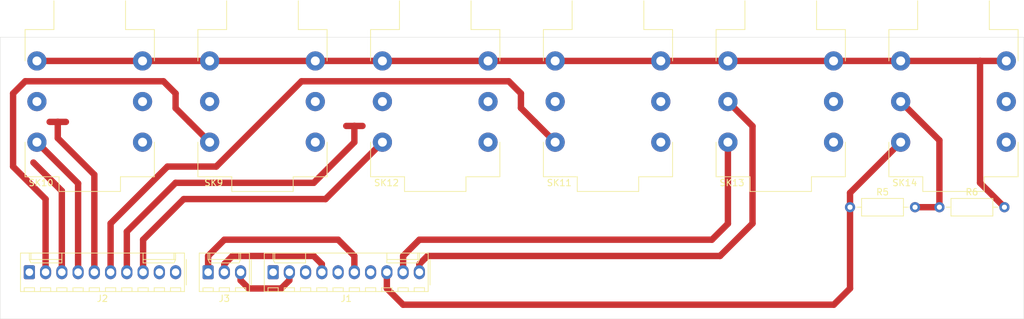
<source format=kicad_pcb>
(kicad_pcb (version 20171130) (host pcbnew 5.1.7-a382d34a8~87~ubuntu16.04.1)

  (general
    (thickness 1.6)
    (drawings 4)
    (tracks 89)
    (zones 0)
    (modules 11)
    (nets 39)
  )

  (page A4)
  (layers
    (0 F.Cu signal)
    (31 B.Cu signal)
    (32 B.Adhes user)
    (33 F.Adhes user)
    (34 B.Paste user)
    (35 F.Paste user)
    (36 B.SilkS user)
    (37 F.SilkS user)
    (38 B.Mask user)
    (39 F.Mask user)
    (40 Dwgs.User user)
    (41 Cmts.User user)
    (42 Eco1.User user)
    (43 Eco2.User user)
    (44 Edge.Cuts user)
    (45 Margin user)
    (46 B.CrtYd user)
    (47 F.CrtYd user)
    (48 B.Fab user)
    (49 F.Fab user)
  )

  (setup
    (last_trace_width 1)
    (user_trace_width 1)
    (user_trace_width 4)
    (trace_clearance 0.2)
    (zone_clearance 0.508)
    (zone_45_only no)
    (trace_min 0.2)
    (via_size 0.8)
    (via_drill 0.4)
    (via_min_size 0.4)
    (via_min_drill 0.3)
    (uvia_size 0.3)
    (uvia_drill 0.1)
    (uvias_allowed no)
    (uvia_min_size 0.2)
    (uvia_min_drill 0.1)
    (edge_width 0.05)
    (segment_width 0.2)
    (pcb_text_width 0.3)
    (pcb_text_size 1.5 1.5)
    (mod_edge_width 0.12)
    (mod_text_size 1 1)
    (mod_text_width 0.15)
    (pad_size 1.524 1.524)
    (pad_drill 0.762)
    (pad_to_mask_clearance 0)
    (aux_axis_origin 0 0)
    (visible_elements FFFFFF7F)
    (pcbplotparams
      (layerselection 0x010fc_ffffffff)
      (usegerberextensions false)
      (usegerberattributes true)
      (usegerberadvancedattributes true)
      (creategerberjobfile true)
      (excludeedgelayer true)
      (linewidth 0.100000)
      (plotframeref false)
      (viasonmask false)
      (mode 1)
      (useauxorigin false)
      (hpglpennumber 1)
      (hpglpenspeed 20)
      (hpglpendiameter 15.000000)
      (psnegative false)
      (psa4output false)
      (plotreference true)
      (plotvalue true)
      (plotinvisibletext false)
      (padsonsilk false)
      (subtractmaskfromsilk false)
      (outputformat 1)
      (mirror false)
      (drillshape 1)
      (scaleselection 1)
      (outputdirectory ""))
  )

  (net 0 "")
  (net 1 "Net-(J1-Pad10)")
  (net 2 "Net-(J1-Pad9)")
  (net 3 "Net-(J1-Pad8)")
  (net 4 "Net-(J1-Pad7)")
  (net 5 "Net-(J1-Pad6)")
  (net 6 "Net-(J1-Pad5)")
  (net 7 "Net-(J1-Pad4)")
  (net 8 "Net-(J1-Pad3)")
  (net 9 "Net-(J1-Pad2)")
  (net 10 "Net-(J1-Pad1)")
  (net 11 "Net-(J2-Pad10)")
  (net 12 "Net-(J2-Pad9)")
  (net 13 "Net-(J2-Pad8)")
  (net 14 "Net-(J2-Pad7)")
  (net 15 "Net-(J2-Pad6)")
  (net 16 "Net-(J2-Pad5)")
  (net 17 "Net-(J2-Pad4)")
  (net 18 "Net-(J2-Pad3)")
  (net 19 "Net-(J2-Pad2)")
  (net 20 "Net-(J2-Pad1)")
  (net 21 "Net-(R5-Pad2)")
  (net 22 GND)
  (net 23 "Net-(SK9-PadR)")
  (net 24 "Net-(SK9-PadRN)")
  (net 25 "Net-(SK9-PadTN)")
  (net 26 "Net-(SK10-PadR)")
  (net 27 "Net-(SK10-PadRN)")
  (net 28 "Net-(SK10-PadTN)")
  (net 29 "Net-(SK11-PadR)")
  (net 30 "Net-(SK11-PadRN)")
  (net 31 "Net-(SK11-PadTN)")
  (net 32 "Net-(SK12-PadR)")
  (net 33 "Net-(SK12-PadRN)")
  (net 34 "Net-(SK12-PadTN)")
  (net 35 "Net-(SK13-PadRN)")
  (net 36 "Net-(SK13-PadTN)")
  (net 37 "Net-(SK14-PadRN)")
  (net 38 "Net-(SK14-PadTN)")

  (net_class Default "This is the default net class."
    (clearance 0.2)
    (trace_width 0.25)
    (via_dia 0.8)
    (via_drill 0.4)
    (uvia_dia 0.3)
    (uvia_drill 0.1)
    (add_net GND)
    (add_net "Net-(J1-Pad1)")
    (add_net "Net-(J1-Pad10)")
    (add_net "Net-(J1-Pad2)")
    (add_net "Net-(J1-Pad3)")
    (add_net "Net-(J1-Pad4)")
    (add_net "Net-(J1-Pad5)")
    (add_net "Net-(J1-Pad6)")
    (add_net "Net-(J1-Pad7)")
    (add_net "Net-(J1-Pad8)")
    (add_net "Net-(J1-Pad9)")
    (add_net "Net-(J2-Pad1)")
    (add_net "Net-(J2-Pad10)")
    (add_net "Net-(J2-Pad2)")
    (add_net "Net-(J2-Pad3)")
    (add_net "Net-(J2-Pad4)")
    (add_net "Net-(J2-Pad5)")
    (add_net "Net-(J2-Pad6)")
    (add_net "Net-(J2-Pad7)")
    (add_net "Net-(J2-Pad8)")
    (add_net "Net-(J2-Pad9)")
    (add_net "Net-(R5-Pad2)")
    (add_net "Net-(SK10-PadR)")
    (add_net "Net-(SK10-PadRN)")
    (add_net "Net-(SK10-PadTN)")
    (add_net "Net-(SK11-PadR)")
    (add_net "Net-(SK11-PadRN)")
    (add_net "Net-(SK11-PadTN)")
    (add_net "Net-(SK12-PadR)")
    (add_net "Net-(SK12-PadRN)")
    (add_net "Net-(SK12-PadTN)")
    (add_net "Net-(SK13-PadRN)")
    (add_net "Net-(SK13-PadTN)")
    (add_net "Net-(SK14-PadRN)")
    (add_net "Net-(SK14-PadTN)")
    (add_net "Net-(SK9-PadR)")
    (add_net "Net-(SK9-PadRN)")
    (add_net "Net-(SK9-PadTN)")
  )

  (module TAC:CL13345 (layer F.Cu) (tedit 5F96A063) (tstamp 5FC4112A)
    (at 180 139.7 90)
    (path /5FC3A747)
    (fp_text reference SK14 (at -19.05 -7.62 180) (layer F.SilkS)
      (effects (font (size 1 1) (thickness 0.15)))
    )
    (fp_text value OSC (at -6.35 -1.27 270) (layer F.Fab)
      (effects (font (size 1 1) (thickness 0.15)))
    )
    (fp_text user Jack_6.35mm_Cliff_CL13345 (at -6.35 1.27 90) (layer F.Fab)
      (effects (font (size 1 1) (thickness 0.15)))
    )
    (fp_line (start -20.5 10.1) (end -20.5 -10.1) (layer F.CrtYd) (width 0.05))
    (fp_line (start 9.5 10.1) (end -20.5 10.1) (layer F.CrtYd) (width 0.05))
    (fp_line (start 9.5 -10.1) (end 9.5 10.1) (layer F.CrtYd) (width 0.05))
    (fp_line (start -20.5 -10.1) (end 9.5 -10.1) (layer F.CrtYd) (width 0.05))
    (fp_line (start 4.8 -10) (end 4.8 10) (layer F.Fab) (width 0.12))
    (fp_line (start 4.8 -10) (end -18 -10) (layer F.Fab) (width 0.12))
    (fp_line (start -18 -10) (end -18 10) (layer F.Fab) (width 0.12))
    (fp_line (start -18 10) (end 4.8 10) (layer F.Fab) (width 0.12))
    (fp_line (start -20.3 4.7) (end -20.3 -4.7) (layer F.Fab) (width 0.12))
    (fp_line (start -20.3 -4.7) (end -18 -4.7) (layer F.Fab) (width 0.12))
    (fp_line (start -20.3 4.7) (end -18 4.7) (layer F.Fab) (width 0.12))
    (fp_line (start 9.4 5.5) (end 9.4 -5.5) (layer F.Fab) (width 0.12))
    (fp_line (start 9.4 -5.5) (end 4.8 -5.5) (layer F.Fab) (width 0.12))
    (fp_line (start 9.4 5.5) (end 4.8 5.5) (layer F.Fab) (width 0.12))
    (fp_line (start 9.4 -5.6) (end 4.9 -5.6) (layer F.SilkS) (width 0.12))
    (fp_line (start 4.9 -5.6) (end 4.9 -10.1) (layer F.SilkS) (width 0.12))
    (fp_line (start 4.9 -10.1) (end 0 -10.1) (layer F.SilkS) (width 0.12))
    (fp_line (start 9.4 5.6) (end 4.9 5.6) (layer F.SilkS) (width 0.12))
    (fp_line (start 4.9 5.6) (end 4.9 10.1) (layer F.SilkS) (width 0.12))
    (fp_line (start 4.9 10.1) (end 0 10.1) (layer F.SilkS) (width 0.12))
    (fp_line (start -12.7 -10.1) (end -18.1 -10.1) (layer F.SilkS) (width 0.12))
    (fp_line (start -18.1 -10.1) (end -18.1 -4.8) (layer F.SilkS) (width 0.12))
    (fp_line (start -18.1 -4.8) (end -20.4 -4.8) (layer F.SilkS) (width 0.12))
    (fp_line (start -20.4 -4.8) (end -20.4 4.8) (layer F.SilkS) (width 0.12))
    (fp_line (start -20.4 4.8) (end -18.1 4.8) (layer F.SilkS) (width 0.12))
    (fp_line (start -18.1 4.8) (end -18.1 10.1) (layer F.SilkS) (width 0.12))
    (fp_line (start -18.1 10.1) (end -12.7 10.1) (layer F.SilkS) (width 0.12))
    (pad S thru_hole circle (at 0 -8.255 180) (size 3 3) (drill 1.4) (layers *.Cu *.Mask)
      (net 22 GND))
    (pad T thru_hole circle (at -12.7 -8.255 180) (size 3 3) (drill 1.4) (layers *.Cu *.Mask)
      (net 3 "Net-(J1-Pad8)"))
    (pad R thru_hole circle (at -6.35 -8.255 180) (size 3 3) (drill 1.4) (layers *.Cu *.Mask)
      (net 21 "Net-(R5-Pad2)"))
    (pad SN thru_hole circle (at 0 8.255 180) (size 3 3) (drill 1.4) (layers *.Cu *.Mask)
      (net 22 GND))
    (pad RN thru_hole circle (at -6.35 8.255 180) (size 3 3) (drill 1.4) (layers *.Cu *.Mask)
      (net 37 "Net-(SK14-PadRN)"))
    (pad TN thru_hole circle (at -12.7 8.255 180) (size 3 3) (drill 1.4) (layers *.Cu *.Mask)
      (net 38 "Net-(SK14-PadTN)"))
    (model ${KIPRJMOD}/local-libs/local-3dmodels/CL13345.step
      (offset (xyz -18 -10 0))
      (scale (xyz 1 1 1))
      (rotate (xyz 0 0 -90))
    )
  )

  (module TAC:CL13345 (layer F.Cu) (tedit 5F96A063) (tstamp 5FC41104)
    (at 153 139.7 90)
    (path /5FC3CD6D)
    (fp_text reference SK13 (at -19.05 -7.62 180) (layer F.SilkS)
      (effects (font (size 1 1) (thickness 0.15)))
    )
    (fp_text value Talkback (at -6.35 -1.27 270) (layer F.Fab)
      (effects (font (size 1 1) (thickness 0.15)))
    )
    (fp_text user Jack_6.35mm_Cliff_CL13345 (at -6.35 1.27 90) (layer F.Fab)
      (effects (font (size 1 1) (thickness 0.15)))
    )
    (fp_line (start -20.5 10.1) (end -20.5 -10.1) (layer F.CrtYd) (width 0.05))
    (fp_line (start 9.5 10.1) (end -20.5 10.1) (layer F.CrtYd) (width 0.05))
    (fp_line (start 9.5 -10.1) (end 9.5 10.1) (layer F.CrtYd) (width 0.05))
    (fp_line (start -20.5 -10.1) (end 9.5 -10.1) (layer F.CrtYd) (width 0.05))
    (fp_line (start 4.8 -10) (end 4.8 10) (layer F.Fab) (width 0.12))
    (fp_line (start 4.8 -10) (end -18 -10) (layer F.Fab) (width 0.12))
    (fp_line (start -18 -10) (end -18 10) (layer F.Fab) (width 0.12))
    (fp_line (start -18 10) (end 4.8 10) (layer F.Fab) (width 0.12))
    (fp_line (start -20.3 4.7) (end -20.3 -4.7) (layer F.Fab) (width 0.12))
    (fp_line (start -20.3 -4.7) (end -18 -4.7) (layer F.Fab) (width 0.12))
    (fp_line (start -20.3 4.7) (end -18 4.7) (layer F.Fab) (width 0.12))
    (fp_line (start 9.4 5.5) (end 9.4 -5.5) (layer F.Fab) (width 0.12))
    (fp_line (start 9.4 -5.5) (end 4.8 -5.5) (layer F.Fab) (width 0.12))
    (fp_line (start 9.4 5.5) (end 4.8 5.5) (layer F.Fab) (width 0.12))
    (fp_line (start 9.4 -5.6) (end 4.9 -5.6) (layer F.SilkS) (width 0.12))
    (fp_line (start 4.9 -5.6) (end 4.9 -10.1) (layer F.SilkS) (width 0.12))
    (fp_line (start 4.9 -10.1) (end 0 -10.1) (layer F.SilkS) (width 0.12))
    (fp_line (start 9.4 5.6) (end 4.9 5.6) (layer F.SilkS) (width 0.12))
    (fp_line (start 4.9 5.6) (end 4.9 10.1) (layer F.SilkS) (width 0.12))
    (fp_line (start 4.9 10.1) (end 0 10.1) (layer F.SilkS) (width 0.12))
    (fp_line (start -12.7 -10.1) (end -18.1 -10.1) (layer F.SilkS) (width 0.12))
    (fp_line (start -18.1 -10.1) (end -18.1 -4.8) (layer F.SilkS) (width 0.12))
    (fp_line (start -18.1 -4.8) (end -20.4 -4.8) (layer F.SilkS) (width 0.12))
    (fp_line (start -20.4 -4.8) (end -20.4 4.8) (layer F.SilkS) (width 0.12))
    (fp_line (start -20.4 4.8) (end -18.1 4.8) (layer F.SilkS) (width 0.12))
    (fp_line (start -18.1 4.8) (end -18.1 10.1) (layer F.SilkS) (width 0.12))
    (fp_line (start -18.1 10.1) (end -12.7 10.1) (layer F.SilkS) (width 0.12))
    (pad S thru_hole circle (at 0 -8.255 180) (size 3 3) (drill 1.4) (layers *.Cu *.Mask)
      (net 22 GND))
    (pad T thru_hole circle (at -12.7 -8.255 180) (size 3 3) (drill 1.4) (layers *.Cu *.Mask)
      (net 2 "Net-(J1-Pad9)"))
    (pad R thru_hole circle (at -6.35 -8.255 180) (size 3 3) (drill 1.4) (layers *.Cu *.Mask)
      (net 1 "Net-(J1-Pad10)"))
    (pad SN thru_hole circle (at 0 8.255 180) (size 3 3) (drill 1.4) (layers *.Cu *.Mask)
      (net 22 GND))
    (pad RN thru_hole circle (at -6.35 8.255 180) (size 3 3) (drill 1.4) (layers *.Cu *.Mask)
      (net 35 "Net-(SK13-PadRN)"))
    (pad TN thru_hole circle (at -12.7 8.255 180) (size 3 3) (drill 1.4) (layers *.Cu *.Mask)
      (net 36 "Net-(SK13-PadTN)"))
    (model ${KIPRJMOD}/local-libs/local-3dmodels/CL13345.step
      (offset (xyz -18 -10 0))
      (scale (xyz 1 1 1))
      (rotate (xyz 0 0 -90))
    )
  )

  (module TAC:CL13345 (layer F.Cu) (tedit 5F96A063) (tstamp 5FC410DE)
    (at 99 139.7 90)
    (path /5FC3DE3E)
    (fp_text reference SK12 (at -19.05 -7.62 180) (layer F.SilkS)
      (effects (font (size 1 1) (thickness 0.15)))
    )
    (fp_text value "Right Tape 1" (at -6.35 -1.27 270) (layer F.Fab)
      (effects (font (size 1 1) (thickness 0.15)))
    )
    (fp_text user Jack_6.35mm_Cliff_CL13345 (at -6.35 1.27 90) (layer F.Fab)
      (effects (font (size 1 1) (thickness 0.15)))
    )
    (fp_line (start -20.5 10.1) (end -20.5 -10.1) (layer F.CrtYd) (width 0.05))
    (fp_line (start 9.5 10.1) (end -20.5 10.1) (layer F.CrtYd) (width 0.05))
    (fp_line (start 9.5 -10.1) (end 9.5 10.1) (layer F.CrtYd) (width 0.05))
    (fp_line (start -20.5 -10.1) (end 9.5 -10.1) (layer F.CrtYd) (width 0.05))
    (fp_line (start 4.8 -10) (end 4.8 10) (layer F.Fab) (width 0.12))
    (fp_line (start 4.8 -10) (end -18 -10) (layer F.Fab) (width 0.12))
    (fp_line (start -18 -10) (end -18 10) (layer F.Fab) (width 0.12))
    (fp_line (start -18 10) (end 4.8 10) (layer F.Fab) (width 0.12))
    (fp_line (start -20.3 4.7) (end -20.3 -4.7) (layer F.Fab) (width 0.12))
    (fp_line (start -20.3 -4.7) (end -18 -4.7) (layer F.Fab) (width 0.12))
    (fp_line (start -20.3 4.7) (end -18 4.7) (layer F.Fab) (width 0.12))
    (fp_line (start 9.4 5.5) (end 9.4 -5.5) (layer F.Fab) (width 0.12))
    (fp_line (start 9.4 -5.5) (end 4.8 -5.5) (layer F.Fab) (width 0.12))
    (fp_line (start 9.4 5.5) (end 4.8 5.5) (layer F.Fab) (width 0.12))
    (fp_line (start 9.4 -5.6) (end 4.9 -5.6) (layer F.SilkS) (width 0.12))
    (fp_line (start 4.9 -5.6) (end 4.9 -10.1) (layer F.SilkS) (width 0.12))
    (fp_line (start 4.9 -10.1) (end 0 -10.1) (layer F.SilkS) (width 0.12))
    (fp_line (start 9.4 5.6) (end 4.9 5.6) (layer F.SilkS) (width 0.12))
    (fp_line (start 4.9 5.6) (end 4.9 10.1) (layer F.SilkS) (width 0.12))
    (fp_line (start 4.9 10.1) (end 0 10.1) (layer F.SilkS) (width 0.12))
    (fp_line (start -12.7 -10.1) (end -18.1 -10.1) (layer F.SilkS) (width 0.12))
    (fp_line (start -18.1 -10.1) (end -18.1 -4.8) (layer F.SilkS) (width 0.12))
    (fp_line (start -18.1 -4.8) (end -20.4 -4.8) (layer F.SilkS) (width 0.12))
    (fp_line (start -20.4 -4.8) (end -20.4 4.8) (layer F.SilkS) (width 0.12))
    (fp_line (start -20.4 4.8) (end -18.1 4.8) (layer F.SilkS) (width 0.12))
    (fp_line (start -18.1 4.8) (end -18.1 10.1) (layer F.SilkS) (width 0.12))
    (fp_line (start -18.1 10.1) (end -12.7 10.1) (layer F.SilkS) (width 0.12))
    (pad S thru_hole circle (at 0 -8.255 180) (size 3 3) (drill 1.4) (layers *.Cu *.Mask)
      (net 22 GND))
    (pad T thru_hole circle (at -12.7 -8.255 180) (size 3 3) (drill 1.4) (layers *.Cu *.Mask)
      (net 13 "Net-(J2-Pad8)"))
    (pad R thru_hole circle (at -6.35 -8.255 180) (size 3 3) (drill 1.4) (layers *.Cu *.Mask)
      (net 32 "Net-(SK12-PadR)"))
    (pad SN thru_hole circle (at 0 8.255 180) (size 3 3) (drill 1.4) (layers *.Cu *.Mask)
      (net 22 GND))
    (pad RN thru_hole circle (at -6.35 8.255 180) (size 3 3) (drill 1.4) (layers *.Cu *.Mask)
      (net 33 "Net-(SK12-PadRN)"))
    (pad TN thru_hole circle (at -12.7 8.255 180) (size 3 3) (drill 1.4) (layers *.Cu *.Mask)
      (net 34 "Net-(SK12-PadTN)"))
    (model ${KIPRJMOD}/local-libs/local-3dmodels/CL13345.step
      (offset (xyz -18 -10 0))
      (scale (xyz 1 1 1))
      (rotate (xyz 0 0 -90))
    )
  )

  (module TAC:CL13345 (layer F.Cu) (tedit 5F96A063) (tstamp 5FC410B8)
    (at 126 139.7 90)
    (path /5FC3D3FC)
    (fp_text reference SK11 (at -19.05 -7.62 180) (layer F.SilkS)
      (effects (font (size 1 1) (thickness 0.15)))
    )
    (fp_text value "Left Tape 1" (at -6.35 -1.27 270) (layer F.Fab)
      (effects (font (size 1 1) (thickness 0.15)))
    )
    (fp_text user Jack_6.35mm_Cliff_CL13345 (at -6.35 1.27 90) (layer F.Fab)
      (effects (font (size 1 1) (thickness 0.15)))
    )
    (fp_line (start -20.5 10.1) (end -20.5 -10.1) (layer F.CrtYd) (width 0.05))
    (fp_line (start 9.5 10.1) (end -20.5 10.1) (layer F.CrtYd) (width 0.05))
    (fp_line (start 9.5 -10.1) (end 9.5 10.1) (layer F.CrtYd) (width 0.05))
    (fp_line (start -20.5 -10.1) (end 9.5 -10.1) (layer F.CrtYd) (width 0.05))
    (fp_line (start 4.8 -10) (end 4.8 10) (layer F.Fab) (width 0.12))
    (fp_line (start 4.8 -10) (end -18 -10) (layer F.Fab) (width 0.12))
    (fp_line (start -18 -10) (end -18 10) (layer F.Fab) (width 0.12))
    (fp_line (start -18 10) (end 4.8 10) (layer F.Fab) (width 0.12))
    (fp_line (start -20.3 4.7) (end -20.3 -4.7) (layer F.Fab) (width 0.12))
    (fp_line (start -20.3 -4.7) (end -18 -4.7) (layer F.Fab) (width 0.12))
    (fp_line (start -20.3 4.7) (end -18 4.7) (layer F.Fab) (width 0.12))
    (fp_line (start 9.4 5.5) (end 9.4 -5.5) (layer F.Fab) (width 0.12))
    (fp_line (start 9.4 -5.5) (end 4.8 -5.5) (layer F.Fab) (width 0.12))
    (fp_line (start 9.4 5.5) (end 4.8 5.5) (layer F.Fab) (width 0.12))
    (fp_line (start 9.4 -5.6) (end 4.9 -5.6) (layer F.SilkS) (width 0.12))
    (fp_line (start 4.9 -5.6) (end 4.9 -10.1) (layer F.SilkS) (width 0.12))
    (fp_line (start 4.9 -10.1) (end 0 -10.1) (layer F.SilkS) (width 0.12))
    (fp_line (start 9.4 5.6) (end 4.9 5.6) (layer F.SilkS) (width 0.12))
    (fp_line (start 4.9 5.6) (end 4.9 10.1) (layer F.SilkS) (width 0.12))
    (fp_line (start 4.9 10.1) (end 0 10.1) (layer F.SilkS) (width 0.12))
    (fp_line (start -12.7 -10.1) (end -18.1 -10.1) (layer F.SilkS) (width 0.12))
    (fp_line (start -18.1 -10.1) (end -18.1 -4.8) (layer F.SilkS) (width 0.12))
    (fp_line (start -18.1 -4.8) (end -20.4 -4.8) (layer F.SilkS) (width 0.12))
    (fp_line (start -20.4 -4.8) (end -20.4 4.8) (layer F.SilkS) (width 0.12))
    (fp_line (start -20.4 4.8) (end -18.1 4.8) (layer F.SilkS) (width 0.12))
    (fp_line (start -18.1 4.8) (end -18.1 10.1) (layer F.SilkS) (width 0.12))
    (fp_line (start -18.1 10.1) (end -12.7 10.1) (layer F.SilkS) (width 0.12))
    (pad S thru_hole circle (at 0 -8.255 180) (size 3 3) (drill 1.4) (layers *.Cu *.Mask)
      (net 22 GND))
    (pad T thru_hole circle (at -12.7 -8.255 180) (size 3 3) (drill 1.4) (layers *.Cu *.Mask)
      (net 15 "Net-(J2-Pad6)"))
    (pad R thru_hole circle (at -6.35 -8.255 180) (size 3 3) (drill 1.4) (layers *.Cu *.Mask)
      (net 29 "Net-(SK11-PadR)"))
    (pad SN thru_hole circle (at 0 8.255 180) (size 3 3) (drill 1.4) (layers *.Cu *.Mask)
      (net 22 GND))
    (pad RN thru_hole circle (at -6.35 8.255 180) (size 3 3) (drill 1.4) (layers *.Cu *.Mask)
      (net 30 "Net-(SK11-PadRN)"))
    (pad TN thru_hole circle (at -12.7 8.255 180) (size 3 3) (drill 1.4) (layers *.Cu *.Mask)
      (net 31 "Net-(SK11-PadTN)"))
    (model ${KIPRJMOD}/local-libs/local-3dmodels/CL13345.step
      (offset (xyz -18 -10 0))
      (scale (xyz 1 1 1))
      (rotate (xyz 0 0 -90))
    )
  )

  (module TAC:CL13345 (layer F.Cu) (tedit 5F96A063) (tstamp 5FC41384)
    (at 45 139.7 90)
    (path /5FC3F387)
    (fp_text reference SK10 (at -19.05 -7.62 180) (layer F.SilkS)
      (effects (font (size 1 1) (thickness 0.15)))
    )
    (fp_text value "Right Tape 2" (at -6.35 -1.27 270) (layer F.Fab)
      (effects (font (size 1 1) (thickness 0.15)))
    )
    (fp_text user Jack_6.35mm_Cliff_CL13345 (at -6.35 1.27 90) (layer F.Fab)
      (effects (font (size 1 1) (thickness 0.15)))
    )
    (fp_line (start -20.5 10.1) (end -20.5 -10.1) (layer F.CrtYd) (width 0.05))
    (fp_line (start 9.5 10.1) (end -20.5 10.1) (layer F.CrtYd) (width 0.05))
    (fp_line (start 9.5 -10.1) (end 9.5 10.1) (layer F.CrtYd) (width 0.05))
    (fp_line (start -20.5 -10.1) (end 9.5 -10.1) (layer F.CrtYd) (width 0.05))
    (fp_line (start 4.8 -10) (end 4.8 10) (layer F.Fab) (width 0.12))
    (fp_line (start 4.8 -10) (end -18 -10) (layer F.Fab) (width 0.12))
    (fp_line (start -18 -10) (end -18 10) (layer F.Fab) (width 0.12))
    (fp_line (start -18 10) (end 4.8 10) (layer F.Fab) (width 0.12))
    (fp_line (start -20.3 4.7) (end -20.3 -4.7) (layer F.Fab) (width 0.12))
    (fp_line (start -20.3 -4.7) (end -18 -4.7) (layer F.Fab) (width 0.12))
    (fp_line (start -20.3 4.7) (end -18 4.7) (layer F.Fab) (width 0.12))
    (fp_line (start 9.4 5.5) (end 9.4 -5.5) (layer F.Fab) (width 0.12))
    (fp_line (start 9.4 -5.5) (end 4.8 -5.5) (layer F.Fab) (width 0.12))
    (fp_line (start 9.4 5.5) (end 4.8 5.5) (layer F.Fab) (width 0.12))
    (fp_line (start 9.4 -5.6) (end 4.9 -5.6) (layer F.SilkS) (width 0.12))
    (fp_line (start 4.9 -5.6) (end 4.9 -10.1) (layer F.SilkS) (width 0.12))
    (fp_line (start 4.9 -10.1) (end 0 -10.1) (layer F.SilkS) (width 0.12))
    (fp_line (start 9.4 5.6) (end 4.9 5.6) (layer F.SilkS) (width 0.12))
    (fp_line (start 4.9 5.6) (end 4.9 10.1) (layer F.SilkS) (width 0.12))
    (fp_line (start 4.9 10.1) (end 0 10.1) (layer F.SilkS) (width 0.12))
    (fp_line (start -12.7 -10.1) (end -18.1 -10.1) (layer F.SilkS) (width 0.12))
    (fp_line (start -18.1 -10.1) (end -18.1 -4.8) (layer F.SilkS) (width 0.12))
    (fp_line (start -18.1 -4.8) (end -20.4 -4.8) (layer F.SilkS) (width 0.12))
    (fp_line (start -20.4 -4.8) (end -20.4 4.8) (layer F.SilkS) (width 0.12))
    (fp_line (start -20.4 4.8) (end -18.1 4.8) (layer F.SilkS) (width 0.12))
    (fp_line (start -18.1 4.8) (end -18.1 10.1) (layer F.SilkS) (width 0.12))
    (fp_line (start -18.1 10.1) (end -12.7 10.1) (layer F.SilkS) (width 0.12))
    (pad S thru_hole circle (at 0 -8.255 180) (size 3 3) (drill 1.4) (layers *.Cu *.Mask)
      (net 22 GND))
    (pad T thru_hole circle (at -12.7 -8.255 180) (size 3 3) (drill 1.4) (layers *.Cu *.Mask)
      (net 17 "Net-(J2-Pad4)"))
    (pad R thru_hole circle (at -6.35 -8.255 180) (size 3 3) (drill 1.4) (layers *.Cu *.Mask)
      (net 26 "Net-(SK10-PadR)"))
    (pad SN thru_hole circle (at 0 8.255 180) (size 3 3) (drill 1.4) (layers *.Cu *.Mask)
      (net 22 GND))
    (pad RN thru_hole circle (at -6.35 8.255 180) (size 3 3) (drill 1.4) (layers *.Cu *.Mask)
      (net 27 "Net-(SK10-PadRN)"))
    (pad TN thru_hole circle (at -12.7 8.255 180) (size 3 3) (drill 1.4) (layers *.Cu *.Mask)
      (net 28 "Net-(SK10-PadTN)"))
    (model ${KIPRJMOD}/local-libs/local-3dmodels/CL13345.step
      (offset (xyz -18 -10 0))
      (scale (xyz 1 1 1))
      (rotate (xyz 0 0 -90))
    )
  )

  (module TAC:CL13345 (layer F.Cu) (tedit 5F96A063) (tstamp 5FC4106C)
    (at 72 139.7 90)
    (path /5FC3E872)
    (fp_text reference SK9 (at -19.05 -7.62 180) (layer F.SilkS)
      (effects (font (size 1 1) (thickness 0.15)))
    )
    (fp_text value "Left Tape 2" (at -6.35 -1.27 270) (layer F.Fab)
      (effects (font (size 1 1) (thickness 0.15)))
    )
    (fp_text user Jack_6.35mm_Cliff_CL13345 (at -6.35 1.27 90) (layer F.Fab)
      (effects (font (size 1 1) (thickness 0.15)))
    )
    (fp_line (start -20.5 10.1) (end -20.5 -10.1) (layer F.CrtYd) (width 0.05))
    (fp_line (start 9.5 10.1) (end -20.5 10.1) (layer F.CrtYd) (width 0.05))
    (fp_line (start 9.5 -10.1) (end 9.5 10.1) (layer F.CrtYd) (width 0.05))
    (fp_line (start -20.5 -10.1) (end 9.5 -10.1) (layer F.CrtYd) (width 0.05))
    (fp_line (start 4.8 -10) (end 4.8 10) (layer F.Fab) (width 0.12))
    (fp_line (start 4.8 -10) (end -18 -10) (layer F.Fab) (width 0.12))
    (fp_line (start -18 -10) (end -18 10) (layer F.Fab) (width 0.12))
    (fp_line (start -18 10) (end 4.8 10) (layer F.Fab) (width 0.12))
    (fp_line (start -20.3 4.7) (end -20.3 -4.7) (layer F.Fab) (width 0.12))
    (fp_line (start -20.3 -4.7) (end -18 -4.7) (layer F.Fab) (width 0.12))
    (fp_line (start -20.3 4.7) (end -18 4.7) (layer F.Fab) (width 0.12))
    (fp_line (start 9.4 5.5) (end 9.4 -5.5) (layer F.Fab) (width 0.12))
    (fp_line (start 9.4 -5.5) (end 4.8 -5.5) (layer F.Fab) (width 0.12))
    (fp_line (start 9.4 5.5) (end 4.8 5.5) (layer F.Fab) (width 0.12))
    (fp_line (start 9.4 -5.6) (end 4.9 -5.6) (layer F.SilkS) (width 0.12))
    (fp_line (start 4.9 -5.6) (end 4.9 -10.1) (layer F.SilkS) (width 0.12))
    (fp_line (start 4.9 -10.1) (end 0 -10.1) (layer F.SilkS) (width 0.12))
    (fp_line (start 9.4 5.6) (end 4.9 5.6) (layer F.SilkS) (width 0.12))
    (fp_line (start 4.9 5.6) (end 4.9 10.1) (layer F.SilkS) (width 0.12))
    (fp_line (start 4.9 10.1) (end 0 10.1) (layer F.SilkS) (width 0.12))
    (fp_line (start -12.7 -10.1) (end -18.1 -10.1) (layer F.SilkS) (width 0.12))
    (fp_line (start -18.1 -10.1) (end -18.1 -4.8) (layer F.SilkS) (width 0.12))
    (fp_line (start -18.1 -4.8) (end -20.4 -4.8) (layer F.SilkS) (width 0.12))
    (fp_line (start -20.4 -4.8) (end -20.4 4.8) (layer F.SilkS) (width 0.12))
    (fp_line (start -20.4 4.8) (end -18.1 4.8) (layer F.SilkS) (width 0.12))
    (fp_line (start -18.1 4.8) (end -18.1 10.1) (layer F.SilkS) (width 0.12))
    (fp_line (start -18.1 10.1) (end -12.7 10.1) (layer F.SilkS) (width 0.12))
    (pad S thru_hole circle (at 0 -8.255 180) (size 3 3) (drill 1.4) (layers *.Cu *.Mask)
      (net 22 GND))
    (pad T thru_hole circle (at -12.7 -8.255 180) (size 3 3) (drill 1.4) (layers *.Cu *.Mask)
      (net 19 "Net-(J2-Pad2)"))
    (pad R thru_hole circle (at -6.35 -8.255 180) (size 3 3) (drill 1.4) (layers *.Cu *.Mask)
      (net 23 "Net-(SK9-PadR)"))
    (pad SN thru_hole circle (at 0 8.255 180) (size 3 3) (drill 1.4) (layers *.Cu *.Mask)
      (net 22 GND))
    (pad RN thru_hole circle (at -6.35 8.255 180) (size 3 3) (drill 1.4) (layers *.Cu *.Mask)
      (net 24 "Net-(SK9-PadRN)"))
    (pad TN thru_hole circle (at -12.7 8.255 180) (size 3 3) (drill 1.4) (layers *.Cu *.Mask)
      (net 25 "Net-(SK9-PadTN)"))
    (model ${KIPRJMOD}/local-libs/local-3dmodels/CL13345.step
      (offset (xyz -18 -10 0))
      (scale (xyz 1 1 1))
      (rotate (xyz 0 0 -90))
    )
  )

  (module Resistor_THT:R_Axial_DIN0207_L6.3mm_D2.5mm_P10.16mm_Horizontal (layer F.Cu) (tedit 5AE5139B) (tstamp 5FC41C47)
    (at 177.8 162.56)
    (descr "Resistor, Axial_DIN0207 series, Axial, Horizontal, pin pitch=10.16mm, 0.25W = 1/4W, length*diameter=6.3*2.5mm^2, http://cdn-reichelt.de/documents/datenblatt/B400/1_4W%23YAG.pdf")
    (tags "Resistor Axial_DIN0207 series Axial Horizontal pin pitch 10.16mm 0.25W = 1/4W length 6.3mm diameter 2.5mm")
    (path /5FC516D0)
    (fp_text reference R6 (at 5.08 -2.37) (layer F.SilkS)
      (effects (font (size 1 1) (thickness 0.15)))
    )
    (fp_text value 10R (at 5.08 2.37) (layer F.Fab)
      (effects (font (size 1 1) (thickness 0.15)))
    )
    (fp_text user %R (at 5.08 0) (layer F.Fab)
      (effects (font (size 1 1) (thickness 0.15)))
    )
    (fp_line (start 1.93 -1.25) (end 1.93 1.25) (layer F.Fab) (width 0.1))
    (fp_line (start 1.93 1.25) (end 8.23 1.25) (layer F.Fab) (width 0.1))
    (fp_line (start 8.23 1.25) (end 8.23 -1.25) (layer F.Fab) (width 0.1))
    (fp_line (start 8.23 -1.25) (end 1.93 -1.25) (layer F.Fab) (width 0.1))
    (fp_line (start 0 0) (end 1.93 0) (layer F.Fab) (width 0.1))
    (fp_line (start 10.16 0) (end 8.23 0) (layer F.Fab) (width 0.1))
    (fp_line (start 1.81 -1.37) (end 1.81 1.37) (layer F.SilkS) (width 0.12))
    (fp_line (start 1.81 1.37) (end 8.35 1.37) (layer F.SilkS) (width 0.12))
    (fp_line (start 8.35 1.37) (end 8.35 -1.37) (layer F.SilkS) (width 0.12))
    (fp_line (start 8.35 -1.37) (end 1.81 -1.37) (layer F.SilkS) (width 0.12))
    (fp_line (start 1.04 0) (end 1.81 0) (layer F.SilkS) (width 0.12))
    (fp_line (start 9.12 0) (end 8.35 0) (layer F.SilkS) (width 0.12))
    (fp_line (start -1.05 -1.5) (end -1.05 1.5) (layer F.CrtYd) (width 0.05))
    (fp_line (start -1.05 1.5) (end 11.21 1.5) (layer F.CrtYd) (width 0.05))
    (fp_line (start 11.21 1.5) (end 11.21 -1.5) (layer F.CrtYd) (width 0.05))
    (fp_line (start 11.21 -1.5) (end -1.05 -1.5) (layer F.CrtYd) (width 0.05))
    (pad 2 thru_hole oval (at 10.16 0) (size 1.6 1.6) (drill 0.8) (layers *.Cu *.Mask)
      (net 22 GND))
    (pad 1 thru_hole circle (at 0 0) (size 1.6 1.6) (drill 0.8) (layers *.Cu *.Mask)
      (net 21 "Net-(R5-Pad2)"))
    (model ${KISYS3DMOD}/Resistor_THT.3dshapes/R_Axial_DIN0207_L6.3mm_D2.5mm_P10.16mm_Horizontal.wrl
      (at (xyz 0 0 0))
      (scale (xyz 1 1 1))
      (rotate (xyz 0 0 0))
    )
  )

  (module Resistor_THT:R_Axial_DIN0207_L6.3mm_D2.5mm_P10.16mm_Horizontal (layer F.Cu) (tedit 5AE5139B) (tstamp 5FC422F9)
    (at 163.83 162.56)
    (descr "Resistor, Axial_DIN0207 series, Axial, Horizontal, pin pitch=10.16mm, 0.25W = 1/4W, length*diameter=6.3*2.5mm^2, http://cdn-reichelt.de/documents/datenblatt/B400/1_4W%23YAG.pdf")
    (tags "Resistor Axial_DIN0207 series Axial Horizontal pin pitch 10.16mm 0.25W = 1/4W length 6.3mm diameter 2.5mm")
    (path /5FC52D89)
    (fp_text reference R5 (at 5.08 -2.37) (layer F.SilkS)
      (effects (font (size 1 1) (thickness 0.15)))
    )
    (fp_text value 10k (at 5.08 2.37) (layer F.Fab)
      (effects (font (size 1 1) (thickness 0.15)))
    )
    (fp_text user %R (at 5.08 0) (layer F.Fab)
      (effects (font (size 1 1) (thickness 0.15)))
    )
    (fp_line (start 1.93 -1.25) (end 1.93 1.25) (layer F.Fab) (width 0.1))
    (fp_line (start 1.93 1.25) (end 8.23 1.25) (layer F.Fab) (width 0.1))
    (fp_line (start 8.23 1.25) (end 8.23 -1.25) (layer F.Fab) (width 0.1))
    (fp_line (start 8.23 -1.25) (end 1.93 -1.25) (layer F.Fab) (width 0.1))
    (fp_line (start 0 0) (end 1.93 0) (layer F.Fab) (width 0.1))
    (fp_line (start 10.16 0) (end 8.23 0) (layer F.Fab) (width 0.1))
    (fp_line (start 1.81 -1.37) (end 1.81 1.37) (layer F.SilkS) (width 0.12))
    (fp_line (start 1.81 1.37) (end 8.35 1.37) (layer F.SilkS) (width 0.12))
    (fp_line (start 8.35 1.37) (end 8.35 -1.37) (layer F.SilkS) (width 0.12))
    (fp_line (start 8.35 -1.37) (end 1.81 -1.37) (layer F.SilkS) (width 0.12))
    (fp_line (start 1.04 0) (end 1.81 0) (layer F.SilkS) (width 0.12))
    (fp_line (start 9.12 0) (end 8.35 0) (layer F.SilkS) (width 0.12))
    (fp_line (start -1.05 -1.5) (end -1.05 1.5) (layer F.CrtYd) (width 0.05))
    (fp_line (start -1.05 1.5) (end 11.21 1.5) (layer F.CrtYd) (width 0.05))
    (fp_line (start 11.21 1.5) (end 11.21 -1.5) (layer F.CrtYd) (width 0.05))
    (fp_line (start 11.21 -1.5) (end -1.05 -1.5) (layer F.CrtYd) (width 0.05))
    (pad 2 thru_hole oval (at 10.16 0) (size 1.6 1.6) (drill 0.8) (layers *.Cu *.Mask)
      (net 21 "Net-(R5-Pad2)"))
    (pad 1 thru_hole circle (at 0 0) (size 1.6 1.6) (drill 0.8) (layers *.Cu *.Mask)
      (net 3 "Net-(J1-Pad8)"))
    (model ${KISYS3DMOD}/Resistor_THT.3dshapes/R_Axial_DIN0207_L6.3mm_D2.5mm_P10.16mm_Horizontal.wrl
      (at (xyz 0 0 0))
      (scale (xyz 1 1 1))
      (rotate (xyz 0 0 0))
    )
  )

  (module TAC:Molex_KK-254_AE-6410-03A_1x03_P2.54mm_Vertical_reversed (layer F.Cu) (tedit 5FC0EAF2) (tstamp 5FC419DB)
    (at 68.58 172.72 180)
    (descr "Molex KK-254 Interconnect System, old/engineering part number: AE-6410-03A example for new part number: 22-27-2031, 3 Pins (http://www.molex.com/pdm_docs/sd/022272021_sd.pdf), generated with kicad-footprint-generator")
    (tags "connector Molex KK-254 vertical")
    (path /5FC4B371)
    (fp_text reference J3 (at 2.54 -4.12) (layer F.SilkS)
      (effects (font (size 1 1) (thickness 0.15)))
    )
    (fp_text value Meters (at 2.54 4.08) (layer F.Fab)
      (effects (font (size 1 1) (thickness 0.15)))
    )
    (fp_text user %R (at 2.54 -2.22 180) (layer F.Fab)
      (effects (font (size 1 1) (thickness 0.15)))
    )
    (fp_line (start -1.27 -2.92) (end -1.27 2.88) (layer F.Fab) (width 0.1))
    (fp_line (start -1.27 2.88) (end 6.35 2.88) (layer F.Fab) (width 0.1))
    (fp_line (start 6.35 2.88) (end 6.35 -2.92) (layer F.Fab) (width 0.1))
    (fp_line (start 6.35 -2.92) (end -1.27 -2.92) (layer F.Fab) (width 0.1))
    (fp_line (start -1.38 -3.03) (end -1.38 2.99) (layer F.SilkS) (width 0.12))
    (fp_line (start -1.38 2.99) (end 6.46 2.99) (layer F.SilkS) (width 0.12))
    (fp_line (start 6.46 2.99) (end 6.46 -3.03) (layer F.SilkS) (width 0.12))
    (fp_line (start 6.46 -3.03) (end -1.38 -3.03) (layer F.SilkS) (width 0.12))
    (fp_line (start -1.67 -2) (end -1.67 2) (layer F.SilkS) (width 0.12))
    (fp_line (start -1.27 -0.5) (end -0.562893 0) (layer F.Fab) (width 0.1))
    (fp_line (start -0.562893 0) (end -1.27 0.5) (layer F.Fab) (width 0.1))
    (fp_line (start 0 2.99) (end 0 1.99) (layer F.SilkS) (width 0.12))
    (fp_line (start 0 1.99) (end 5.08 1.99) (layer F.SilkS) (width 0.12))
    (fp_line (start 5.08 1.99) (end 5.08 2.99) (layer F.SilkS) (width 0.12))
    (fp_line (start 0 1.99) (end 0.25 1.46) (layer F.SilkS) (width 0.12))
    (fp_line (start 0.25 1.46) (end 4.83 1.46) (layer F.SilkS) (width 0.12))
    (fp_line (start 4.83 1.46) (end 5.08 1.99) (layer F.SilkS) (width 0.12))
    (fp_line (start 0.25 2.99) (end 0.25 1.99) (layer F.SilkS) (width 0.12))
    (fp_line (start 4.83 2.99) (end 4.83 1.99) (layer F.SilkS) (width 0.12))
    (fp_line (start -0.8 -3.03) (end -0.8 -2.43) (layer F.SilkS) (width 0.12))
    (fp_line (start -0.8 -2.43) (end 0.8 -2.43) (layer F.SilkS) (width 0.12))
    (fp_line (start 0.8 -2.43) (end 0.8 -3.03) (layer F.SilkS) (width 0.12))
    (fp_line (start 1.74 -3.03) (end 1.74 -2.43) (layer F.SilkS) (width 0.12))
    (fp_line (start 1.74 -2.43) (end 3.34 -2.43) (layer F.SilkS) (width 0.12))
    (fp_line (start 3.34 -2.43) (end 3.34 -3.03) (layer F.SilkS) (width 0.12))
    (fp_line (start 4.28 -3.03) (end 4.28 -2.43) (layer F.SilkS) (width 0.12))
    (fp_line (start 4.28 -2.43) (end 5.88 -2.43) (layer F.SilkS) (width 0.12))
    (fp_line (start 5.88 -2.43) (end 5.88 -3.03) (layer F.SilkS) (width 0.12))
    (fp_line (start -1.77 -3.42) (end -1.77 3.38) (layer F.CrtYd) (width 0.05))
    (fp_line (start -1.77 3.38) (end 6.85 3.38) (layer F.CrtYd) (width 0.05))
    (fp_line (start 6.85 3.38) (end 6.85 -3.42) (layer F.CrtYd) (width 0.05))
    (fp_line (start 6.85 -3.42) (end -1.77 -3.42) (layer F.CrtYd) (width 0.05))
    (pad 1 thru_hole roundrect (at 5.08 0 180) (size 1.74 2.19) (drill 1.19) (layers *.Cu *.Mask) (roundrect_rratio 0.144)
      (net 5 "Net-(J1-Pad6)"))
    (pad 2 thru_hole oval (at 2.54 0 180) (size 1.74 2.19) (drill 1.19) (layers *.Cu *.Mask)
      (net 7 "Net-(J1-Pad4)"))
    (pad 3 thru_hole oval (at 0 0 180) (size 1.74 2.19) (drill 1.19) (layers *.Cu *.Mask)
      (net 9 "Net-(J1-Pad2)"))
    (model ${KISYS3DMOD}/Connector_Molex.3dshapes/Molex_KK-254_AE-6410-03A_1x03_P2.54mm_Vertical.wrl
      (at (xyz 0 0 0))
      (scale (xyz 1 1 1))
      (rotate (xyz 0 0 0))
    )
  )

  (module TAC:Molex_KK-254_AE-6410-10A_1x10_P2.54mm_Vertical_reversed (layer F.Cu) (tedit 5FB7B9B0) (tstamp 5FC40FF0)
    (at 58.42 172.72 180)
    (descr "Molex KK-254 Interconnect System, old/engineering part number: AE-6410-10A example for new part number: 22-27-2101, 10 Pins (http://www.molex.com/pdm_docs/sd/022272021_sd.pdf), generated with kicad-footprint-generator")
    (tags "connector Molex KK-254 vertical")
    (path /5FC42E55)
    (fp_text reference J2 (at 11.43 -4.12 180) (layer F.SilkS)
      (effects (font (size 1 1) (thickness 0.15)))
    )
    (fp_text value "Ribbon Cable (B)" (at 11.43 4.08 180) (layer F.Fab)
      (effects (font (size 1 1) (thickness 0.15)))
    )
    (fp_text user %R (at 11.43 -2.22 180) (layer F.Fab)
      (effects (font (size 1 1) (thickness 0.15)))
    )
    (fp_line (start -1.27 -2.92) (end -1.27 2.88) (layer F.Fab) (width 0.1))
    (fp_line (start -1.27 2.88) (end 24.13 2.88) (layer F.Fab) (width 0.1))
    (fp_line (start 24.13 2.88) (end 24.13 -2.92) (layer F.Fab) (width 0.1))
    (fp_line (start 24.13 -2.92) (end -1.27 -2.92) (layer F.Fab) (width 0.1))
    (fp_line (start -1.38 -3.03) (end -1.38 2.99) (layer F.SilkS) (width 0.12))
    (fp_line (start -1.38 2.99) (end 24.24 2.99) (layer F.SilkS) (width 0.12))
    (fp_line (start 24.24 2.99) (end 24.24 -3.03) (layer F.SilkS) (width 0.12))
    (fp_line (start 24.24 -3.03) (end -1.38 -3.03) (layer F.SilkS) (width 0.12))
    (fp_line (start -1.67 -2) (end -1.67 2) (layer F.SilkS) (width 0.12))
    (fp_line (start -1.27 -0.5) (end -0.562893 0) (layer F.Fab) (width 0.1))
    (fp_line (start -0.562893 0) (end -1.27 0.5) (layer F.Fab) (width 0.1))
    (fp_line (start 0 2.99) (end 0 1.99) (layer F.SilkS) (width 0.12))
    (fp_line (start 0 1.99) (end 5.08 1.99) (layer F.SilkS) (width 0.12))
    (fp_line (start 5.08 1.99) (end 5.08 2.99) (layer F.SilkS) (width 0.12))
    (fp_line (start 0 1.99) (end 0.25 1.46) (layer F.SilkS) (width 0.12))
    (fp_line (start 0.25 1.46) (end 5.08 1.46) (layer F.SilkS) (width 0.12))
    (fp_line (start 5.08 1.46) (end 5.08 1.99) (layer F.SilkS) (width 0.12))
    (fp_line (start 0.25 2.99) (end 0.25 1.99) (layer F.SilkS) (width 0.12))
    (fp_line (start 22.86 2.99) (end 22.86 1.99) (layer F.SilkS) (width 0.12))
    (fp_line (start 22.86 1.99) (end 17.78 1.99) (layer F.SilkS) (width 0.12))
    (fp_line (start 17.78 1.99) (end 17.78 2.99) (layer F.SilkS) (width 0.12))
    (fp_line (start 22.86 1.99) (end 22.61 1.46) (layer F.SilkS) (width 0.12))
    (fp_line (start 22.61 1.46) (end 17.78 1.46) (layer F.SilkS) (width 0.12))
    (fp_line (start 17.78 1.46) (end 17.78 1.99) (layer F.SilkS) (width 0.12))
    (fp_line (start 22.61 2.99) (end 22.61 1.99) (layer F.SilkS) (width 0.12))
    (fp_line (start -0.8 -3.03) (end -0.8 -2.43) (layer F.SilkS) (width 0.12))
    (fp_line (start -0.8 -2.43) (end 0.8 -2.43) (layer F.SilkS) (width 0.12))
    (fp_line (start 0.8 -2.43) (end 0.8 -3.03) (layer F.SilkS) (width 0.12))
    (fp_line (start 1.74 -3.03) (end 1.74 -2.43) (layer F.SilkS) (width 0.12))
    (fp_line (start 1.74 -2.43) (end 3.34 -2.43) (layer F.SilkS) (width 0.12))
    (fp_line (start 3.34 -2.43) (end 3.34 -3.03) (layer F.SilkS) (width 0.12))
    (fp_line (start 4.28 -3.03) (end 4.28 -2.43) (layer F.SilkS) (width 0.12))
    (fp_line (start 4.28 -2.43) (end 5.88 -2.43) (layer F.SilkS) (width 0.12))
    (fp_line (start 5.88 -2.43) (end 5.88 -3.03) (layer F.SilkS) (width 0.12))
    (fp_line (start 6.82 -3.03) (end 6.82 -2.43) (layer F.SilkS) (width 0.12))
    (fp_line (start 6.82 -2.43) (end 8.42 -2.43) (layer F.SilkS) (width 0.12))
    (fp_line (start 8.42 -2.43) (end 8.42 -3.03) (layer F.SilkS) (width 0.12))
    (fp_line (start 9.36 -3.03) (end 9.36 -2.43) (layer F.SilkS) (width 0.12))
    (fp_line (start 9.36 -2.43) (end 10.96 -2.43) (layer F.SilkS) (width 0.12))
    (fp_line (start 10.96 -2.43) (end 10.96 -3.03) (layer F.SilkS) (width 0.12))
    (fp_line (start 11.9 -3.03) (end 11.9 -2.43) (layer F.SilkS) (width 0.12))
    (fp_line (start 11.9 -2.43) (end 13.5 -2.43) (layer F.SilkS) (width 0.12))
    (fp_line (start 13.5 -2.43) (end 13.5 -3.03) (layer F.SilkS) (width 0.12))
    (fp_line (start 14.44 -3.03) (end 14.44 -2.43) (layer F.SilkS) (width 0.12))
    (fp_line (start 14.44 -2.43) (end 16.04 -2.43) (layer F.SilkS) (width 0.12))
    (fp_line (start 16.04 -2.43) (end 16.04 -3.03) (layer F.SilkS) (width 0.12))
    (fp_line (start 16.98 -3.03) (end 16.98 -2.43) (layer F.SilkS) (width 0.12))
    (fp_line (start 16.98 -2.43) (end 18.58 -2.43) (layer F.SilkS) (width 0.12))
    (fp_line (start 18.58 -2.43) (end 18.58 -3.03) (layer F.SilkS) (width 0.12))
    (fp_line (start 19.52 -3.03) (end 19.52 -2.43) (layer F.SilkS) (width 0.12))
    (fp_line (start 19.52 -2.43) (end 21.12 -2.43) (layer F.SilkS) (width 0.12))
    (fp_line (start 21.12 -2.43) (end 21.12 -3.03) (layer F.SilkS) (width 0.12))
    (fp_line (start 22.06 -3.03) (end 22.06 -2.43) (layer F.SilkS) (width 0.12))
    (fp_line (start 22.06 -2.43) (end 23.66 -2.43) (layer F.SilkS) (width 0.12))
    (fp_line (start 23.66 -2.43) (end 23.66 -3.03) (layer F.SilkS) (width 0.12))
    (fp_line (start -1.77 -3.42) (end -1.77 3.38) (layer F.CrtYd) (width 0.05))
    (fp_line (start -1.77 3.38) (end 24.63 3.38) (layer F.CrtYd) (width 0.05))
    (fp_line (start 24.63 3.38) (end 24.63 -3.42) (layer F.CrtYd) (width 0.05))
    (fp_line (start 24.63 -3.42) (end -1.77 -3.42) (layer F.CrtYd) (width 0.05))
    (pad 10 thru_hole oval (at 0 0 180) (size 1.74 2.19) (drill 1.19) (layers *.Cu *.Mask)
      (net 11 "Net-(J2-Pad10)"))
    (pad 9 thru_hole oval (at 2.54 0 180) (size 1.74 2.19) (drill 1.19) (layers *.Cu *.Mask)
      (net 12 "Net-(J2-Pad9)"))
    (pad 8 thru_hole oval (at 5.08 0 180) (size 1.74 2.19) (drill 1.19) (layers *.Cu *.Mask)
      (net 13 "Net-(J2-Pad8)"))
    (pad 7 thru_hole oval (at 7.62 0 180) (size 1.74 2.19) (drill 1.19) (layers *.Cu *.Mask)
      (net 14 "Net-(J2-Pad7)"))
    (pad 6 thru_hole oval (at 10.16 0 180) (size 1.74 2.19) (drill 1.19) (layers *.Cu *.Mask)
      (net 15 "Net-(J2-Pad6)"))
    (pad 5 thru_hole oval (at 12.7 0 180) (size 1.74 2.19) (drill 1.19) (layers *.Cu *.Mask)
      (net 16 "Net-(J2-Pad5)"))
    (pad 4 thru_hole oval (at 15.24 0 180) (size 1.74 2.19) (drill 1.19) (layers *.Cu *.Mask)
      (net 17 "Net-(J2-Pad4)"))
    (pad 3 thru_hole oval (at 17.78 0 180) (size 1.74 2.19) (drill 1.19) (layers *.Cu *.Mask)
      (net 18 "Net-(J2-Pad3)"))
    (pad 2 thru_hole oval (at 20.32 0 180) (size 1.74 2.19) (drill 1.19) (layers *.Cu *.Mask)
      (net 19 "Net-(J2-Pad2)"))
    (pad 1 thru_hole roundrect (at 22.86 0 180) (size 1.74 2.19) (drill 1.19) (layers *.Cu *.Mask) (roundrect_rratio 0.144)
      (net 20 "Net-(J2-Pad1)"))
    (model ${KISYS3DMOD}/Connector_Molex.3dshapes/Molex_KK-254_AE-6410-10A_1x10_P2.54mm_Vertical.wrl
      (at (xyz 0 0 0))
      (scale (xyz 1 1 1))
      (rotate (xyz 0 0 0))
    )
  )

  (module TAC:Molex_KK-254_AE-6410-10A_1x10_P2.54mm_Vertical_reversed (layer F.Cu) (tedit 5FB7B9B0) (tstamp 5FC40FA6)
    (at 96.52 172.72 180)
    (descr "Molex KK-254 Interconnect System, old/engineering part number: AE-6410-10A example for new part number: 22-27-2101, 10 Pins (http://www.molex.com/pdm_docs/sd/022272021_sd.pdf), generated with kicad-footprint-generator")
    (tags "connector Molex KK-254 vertical")
    (path /5FC404B6)
    (fp_text reference J1 (at 11.43 -4.12 180) (layer F.SilkS)
      (effects (font (size 1 1) (thickness 0.15)))
    )
    (fp_text value "Ribbon Cable (A)" (at 11.43 4.08 180) (layer F.Fab)
      (effects (font (size 1 1) (thickness 0.15)))
    )
    (fp_text user %R (at 11.43 -2.22 180) (layer F.Fab)
      (effects (font (size 1 1) (thickness 0.15)))
    )
    (fp_line (start -1.27 -2.92) (end -1.27 2.88) (layer F.Fab) (width 0.1))
    (fp_line (start -1.27 2.88) (end 24.13 2.88) (layer F.Fab) (width 0.1))
    (fp_line (start 24.13 2.88) (end 24.13 -2.92) (layer F.Fab) (width 0.1))
    (fp_line (start 24.13 -2.92) (end -1.27 -2.92) (layer F.Fab) (width 0.1))
    (fp_line (start -1.38 -3.03) (end -1.38 2.99) (layer F.SilkS) (width 0.12))
    (fp_line (start -1.38 2.99) (end 24.24 2.99) (layer F.SilkS) (width 0.12))
    (fp_line (start 24.24 2.99) (end 24.24 -3.03) (layer F.SilkS) (width 0.12))
    (fp_line (start 24.24 -3.03) (end -1.38 -3.03) (layer F.SilkS) (width 0.12))
    (fp_line (start -1.67 -2) (end -1.67 2) (layer F.SilkS) (width 0.12))
    (fp_line (start -1.27 -0.5) (end -0.562893 0) (layer F.Fab) (width 0.1))
    (fp_line (start -0.562893 0) (end -1.27 0.5) (layer F.Fab) (width 0.1))
    (fp_line (start 0 2.99) (end 0 1.99) (layer F.SilkS) (width 0.12))
    (fp_line (start 0 1.99) (end 5.08 1.99) (layer F.SilkS) (width 0.12))
    (fp_line (start 5.08 1.99) (end 5.08 2.99) (layer F.SilkS) (width 0.12))
    (fp_line (start 0 1.99) (end 0.25 1.46) (layer F.SilkS) (width 0.12))
    (fp_line (start 0.25 1.46) (end 5.08 1.46) (layer F.SilkS) (width 0.12))
    (fp_line (start 5.08 1.46) (end 5.08 1.99) (layer F.SilkS) (width 0.12))
    (fp_line (start 0.25 2.99) (end 0.25 1.99) (layer F.SilkS) (width 0.12))
    (fp_line (start 22.86 2.99) (end 22.86 1.99) (layer F.SilkS) (width 0.12))
    (fp_line (start 22.86 1.99) (end 17.78 1.99) (layer F.SilkS) (width 0.12))
    (fp_line (start 17.78 1.99) (end 17.78 2.99) (layer F.SilkS) (width 0.12))
    (fp_line (start 22.86 1.99) (end 22.61 1.46) (layer F.SilkS) (width 0.12))
    (fp_line (start 22.61 1.46) (end 17.78 1.46) (layer F.SilkS) (width 0.12))
    (fp_line (start 17.78 1.46) (end 17.78 1.99) (layer F.SilkS) (width 0.12))
    (fp_line (start 22.61 2.99) (end 22.61 1.99) (layer F.SilkS) (width 0.12))
    (fp_line (start -0.8 -3.03) (end -0.8 -2.43) (layer F.SilkS) (width 0.12))
    (fp_line (start -0.8 -2.43) (end 0.8 -2.43) (layer F.SilkS) (width 0.12))
    (fp_line (start 0.8 -2.43) (end 0.8 -3.03) (layer F.SilkS) (width 0.12))
    (fp_line (start 1.74 -3.03) (end 1.74 -2.43) (layer F.SilkS) (width 0.12))
    (fp_line (start 1.74 -2.43) (end 3.34 -2.43) (layer F.SilkS) (width 0.12))
    (fp_line (start 3.34 -2.43) (end 3.34 -3.03) (layer F.SilkS) (width 0.12))
    (fp_line (start 4.28 -3.03) (end 4.28 -2.43) (layer F.SilkS) (width 0.12))
    (fp_line (start 4.28 -2.43) (end 5.88 -2.43) (layer F.SilkS) (width 0.12))
    (fp_line (start 5.88 -2.43) (end 5.88 -3.03) (layer F.SilkS) (width 0.12))
    (fp_line (start 6.82 -3.03) (end 6.82 -2.43) (layer F.SilkS) (width 0.12))
    (fp_line (start 6.82 -2.43) (end 8.42 -2.43) (layer F.SilkS) (width 0.12))
    (fp_line (start 8.42 -2.43) (end 8.42 -3.03) (layer F.SilkS) (width 0.12))
    (fp_line (start 9.36 -3.03) (end 9.36 -2.43) (layer F.SilkS) (width 0.12))
    (fp_line (start 9.36 -2.43) (end 10.96 -2.43) (layer F.SilkS) (width 0.12))
    (fp_line (start 10.96 -2.43) (end 10.96 -3.03) (layer F.SilkS) (width 0.12))
    (fp_line (start 11.9 -3.03) (end 11.9 -2.43) (layer F.SilkS) (width 0.12))
    (fp_line (start 11.9 -2.43) (end 13.5 -2.43) (layer F.SilkS) (width 0.12))
    (fp_line (start 13.5 -2.43) (end 13.5 -3.03) (layer F.SilkS) (width 0.12))
    (fp_line (start 14.44 -3.03) (end 14.44 -2.43) (layer F.SilkS) (width 0.12))
    (fp_line (start 14.44 -2.43) (end 16.04 -2.43) (layer F.SilkS) (width 0.12))
    (fp_line (start 16.04 -2.43) (end 16.04 -3.03) (layer F.SilkS) (width 0.12))
    (fp_line (start 16.98 -3.03) (end 16.98 -2.43) (layer F.SilkS) (width 0.12))
    (fp_line (start 16.98 -2.43) (end 18.58 -2.43) (layer F.SilkS) (width 0.12))
    (fp_line (start 18.58 -2.43) (end 18.58 -3.03) (layer F.SilkS) (width 0.12))
    (fp_line (start 19.52 -3.03) (end 19.52 -2.43) (layer F.SilkS) (width 0.12))
    (fp_line (start 19.52 -2.43) (end 21.12 -2.43) (layer F.SilkS) (width 0.12))
    (fp_line (start 21.12 -2.43) (end 21.12 -3.03) (layer F.SilkS) (width 0.12))
    (fp_line (start 22.06 -3.03) (end 22.06 -2.43) (layer F.SilkS) (width 0.12))
    (fp_line (start 22.06 -2.43) (end 23.66 -2.43) (layer F.SilkS) (width 0.12))
    (fp_line (start 23.66 -2.43) (end 23.66 -3.03) (layer F.SilkS) (width 0.12))
    (fp_line (start -1.77 -3.42) (end -1.77 3.38) (layer F.CrtYd) (width 0.05))
    (fp_line (start -1.77 3.38) (end 24.63 3.38) (layer F.CrtYd) (width 0.05))
    (fp_line (start 24.63 3.38) (end 24.63 -3.42) (layer F.CrtYd) (width 0.05))
    (fp_line (start 24.63 -3.42) (end -1.77 -3.42) (layer F.CrtYd) (width 0.05))
    (pad 10 thru_hole oval (at 0 0 180) (size 1.74 2.19) (drill 1.19) (layers *.Cu *.Mask)
      (net 1 "Net-(J1-Pad10)"))
    (pad 9 thru_hole oval (at 2.54 0 180) (size 1.74 2.19) (drill 1.19) (layers *.Cu *.Mask)
      (net 2 "Net-(J1-Pad9)"))
    (pad 8 thru_hole oval (at 5.08 0 180) (size 1.74 2.19) (drill 1.19) (layers *.Cu *.Mask)
      (net 3 "Net-(J1-Pad8)"))
    (pad 7 thru_hole oval (at 7.62 0 180) (size 1.74 2.19) (drill 1.19) (layers *.Cu *.Mask)
      (net 4 "Net-(J1-Pad7)"))
    (pad 6 thru_hole oval (at 10.16 0 180) (size 1.74 2.19) (drill 1.19) (layers *.Cu *.Mask)
      (net 5 "Net-(J1-Pad6)"))
    (pad 5 thru_hole oval (at 12.7 0 180) (size 1.74 2.19) (drill 1.19) (layers *.Cu *.Mask)
      (net 6 "Net-(J1-Pad5)"))
    (pad 4 thru_hole oval (at 15.24 0 180) (size 1.74 2.19) (drill 1.19) (layers *.Cu *.Mask)
      (net 7 "Net-(J1-Pad4)"))
    (pad 3 thru_hole oval (at 17.78 0 180) (size 1.74 2.19) (drill 1.19) (layers *.Cu *.Mask)
      (net 8 "Net-(J1-Pad3)"))
    (pad 2 thru_hole oval (at 20.32 0 180) (size 1.74 2.19) (drill 1.19) (layers *.Cu *.Mask)
      (net 9 "Net-(J1-Pad2)"))
    (pad 1 thru_hole roundrect (at 22.86 0 180) (size 1.74 2.19) (drill 1.19) (layers *.Cu *.Mask) (roundrect_rratio 0.144)
      (net 10 "Net-(J1-Pad1)"))
    (model ${KISYS3DMOD}/Connector_Molex.3dshapes/Molex_KK-254_AE-6410-10A_1x10_P2.54mm_Vertical.wrl
      (at (xyz 0 0 0))
      (scale (xyz 1 1 1))
      (rotate (xyz 0 0 0))
    )
  )

  (gr_line (start 31 136) (end 31 180) (layer Edge.Cuts) (width 0.05) (tstamp 5FC40D99))
  (gr_line (start 191 136) (end 31 136) (layer Edge.Cuts) (width 0.05))
  (gr_line (start 191 180) (end 191 136) (layer Edge.Cuts) (width 0.05))
  (gr_line (start 31 180) (end 191 180) (layer Edge.Cuts) (width 0.05))

  (segment (start 148.59 149.895) (end 144.745 146.05) (width 1) (layer F.Cu) (net 1))
  (segment (start 148.59 165.1) (end 148.59 149.895) (width 1) (layer F.Cu) (net 1))
  (segment (start 96.52 171.45) (end 97.79 170.18) (width 1) (layer F.Cu) (net 1))
  (segment (start 96.52 172.72) (end 96.52 171.45) (width 1) (layer F.Cu) (net 1))
  (segment (start 97.79 170.18) (end 143.51 170.18) (width 1) (layer F.Cu) (net 1))
  (segment (start 143.51 170.18) (end 148.59 165.1) (width 1) (layer F.Cu) (net 1))
  (segment (start 93.98 172.72) (end 93.98 170.18) (width 1) (layer F.Cu) (net 2))
  (segment (start 144.745 165.135) (end 144.745 152.4) (width 1) (layer F.Cu) (net 2))
  (segment (start 96.52 167.64) (end 142.24 167.64) (width 1) (layer F.Cu) (net 2))
  (segment (start 142.24 167.64) (end 144.745 165.135) (width 1) (layer F.Cu) (net 2))
  (segment (start 93.98 170.18) (end 96.52 167.64) (width 1) (layer F.Cu) (net 2))
  (segment (start 163.83 160.315) (end 171.745 152.4) (width 1) (layer F.Cu) (net 3))
  (segment (start 163.83 162.56) (end 163.83 160.315) (width 1) (layer F.Cu) (net 3))
  (segment (start 163.83 175.26) (end 163.83 162.56) (width 1) (layer F.Cu) (net 3))
  (segment (start 91.44 172.72) (end 91.44 175.26) (width 1) (layer F.Cu) (net 3))
  (segment (start 91.44 175.26) (end 93.98 177.8) (width 1) (layer F.Cu) (net 3))
  (segment (start 161.29 177.8) (end 163.83 175.26) (width 1) (layer F.Cu) (net 3))
  (segment (start 93.98 177.8) (end 161.29 177.8) (width 1) (layer F.Cu) (net 3))
  (segment (start 63.5 172.72) (end 63.5 170.18) (width 1) (layer F.Cu) (net 5))
  (segment (start 66.04 167.64) (end 83.82 167.64) (width 1) (layer F.Cu) (net 5))
  (segment (start 63.5 170.18) (end 66.04 167.64) (width 1) (layer F.Cu) (net 5))
  (segment (start 86.36 170.18) (end 86.36 172.72) (width 1) (layer F.Cu) (net 5))
  (segment (start 83.82 167.64) (end 86.36 170.18) (width 1) (layer F.Cu) (net 5))
  (segment (start 66.04 172.72) (end 66.04 171.45) (width 1) (layer F.Cu) (net 7))
  (segment (start 66.04 171.45) (end 67.31 170.18) (width 1) (layer F.Cu) (net 7))
  (segment (start 67.31 170.18) (end 80.01 170.18) (width 1) (layer F.Cu) (net 7))
  (segment (start 80.01 170.18) (end 81.28 171.45) (width 1) (layer F.Cu) (net 7))
  (segment (start 81.28 171.45) (end 81.28 172.72) (width 1) (layer F.Cu) (net 7))
  (segment (start 76.2 173.99) (end 76.2 172.72) (width 1) (layer F.Cu) (net 9))
  (segment (start 74.93 175.26) (end 76.2 173.99) (width 1) (layer F.Cu) (net 9))
  (segment (start 68.58 172.72) (end 68.58 173.99) (width 1) (layer F.Cu) (net 9))
  (segment (start 68.58 173.99) (end 69.85 175.26) (width 1) (layer F.Cu) (net 9))
  (segment (start 69.85 175.26) (end 74.93 175.26) (width 1) (layer F.Cu) (net 9))
  (segment (start 53.34 172.72) (end 53.34 167.64) (width 1) (layer F.Cu) (net 13))
  (segment (start 53.34 167.64) (end 59.69 161.29) (width 1) (layer F.Cu) (net 13))
  (segment (start 81.855 161.29) (end 90.745 152.4) (width 1) (layer F.Cu) (net 13))
  (segment (start 59.69 161.29) (end 81.855 161.29) (width 1) (layer F.Cu) (net 13))
  (segment (start 80.01 158.75) (end 86.36 152.4) (width 1) (layer F.Cu) (net 14))
  (segment (start 50.8 172.72) (end 50.8 166.37) (width 1) (layer F.Cu) (net 14))
  (segment (start 64.77 158.75) (end 80.01 158.75) (width 1) (layer F.Cu) (net 14))
  (segment (start 58.42 158.75) (end 64.77 158.75) (width 1) (layer F.Cu) (net 14))
  (segment (start 50.8 166.37) (end 58.42 158.75) (width 1) (layer F.Cu) (net 14))
  (segment (start 86.36 152.4) (end 86.36 149.86) (width 1) (layer F.Cu) (net 14))
  (segment (start 86.36 149.86) (end 87.63 149.86) (width 1) (layer F.Cu) (net 14))
  (segment (start 86.36 149.86) (end 85.09 149.86) (width 1) (layer F.Cu) (net 14))
  (segment (start 112.395 147.05) (end 114.57 149.225) (width 1) (layer F.Cu) (net 15))
  (segment (start 112.395 144.78) (end 112.395 147.05) (width 1) (layer F.Cu) (net 15))
  (segment (start 110.49 142.875) (end 112.395 144.78) (width 1) (layer F.Cu) (net 15))
  (segment (start 78.105 142.875) (end 110.49 142.875) (width 1) (layer F.Cu) (net 15))
  (segment (start 48.26 172.72) (end 48.26 165.1) (width 1) (layer F.Cu) (net 15))
  (segment (start 48.26 165.1) (end 57.15 156.21) (width 1) (layer F.Cu) (net 15))
  (segment (start 114.57 149.225) (end 117.745 152.4) (width 1) (layer F.Cu) (net 15))
  (segment (start 57.15 156.21) (end 64.77 156.21) (width 1) (layer F.Cu) (net 15))
  (segment (start 64.77 156.21) (end 78.105 142.875) (width 1) (layer F.Cu) (net 15))
  (segment (start 45.72 157.48) (end 40.005 151.765) (width 1) (layer F.Cu) (net 16))
  (segment (start 45.72 172.72) (end 45.72 157.48) (width 1) (layer F.Cu) (net 16))
  (segment (start 40.005 151.765) (end 40.005 149.225) (width 1) (layer F.Cu) (net 16))
  (segment (start 40.005 149.225) (end 38.735 149.225) (width 1) (layer F.Cu) (net 16))
  (segment (start 40.005 149.225) (end 41.275 149.225) (width 1) (layer F.Cu) (net 16))
  (segment (start 43.18 158.835) (end 36.745 152.4) (width 1) (layer F.Cu) (net 17))
  (segment (start 43.18 172.72) (end 43.18 158.835) (width 1) (layer F.Cu) (net 17))
  (segment (start 40.64 160.02) (end 36.195 155.575) (width 1) (layer F.Cu) (net 18))
  (segment (start 40.64 172.72) (end 40.64 160.02) (width 1) (layer F.Cu) (net 18))
  (segment (start 60.57 149.225) (end 63.745 152.4) (width 1) (layer F.Cu) (net 19))
  (segment (start 58.42 147.075) (end 60.57 149.225) (width 1) (layer F.Cu) (net 19))
  (segment (start 58.42 144.78) (end 58.42 147.075) (width 1) (layer F.Cu) (net 19))
  (segment (start 34.925 142.875) (end 56.515 142.875) (width 1) (layer F.Cu) (net 19))
  (segment (start 38.1 172.72) (end 38.1 161.29) (width 1) (layer F.Cu) (net 19))
  (segment (start 38.1 161.29) (end 33.02 156.21) (width 1) (layer F.Cu) (net 19))
  (segment (start 33.02 156.21) (end 33.02 144.78) (width 1) (layer F.Cu) (net 19))
  (segment (start 56.515 142.875) (end 58.42 144.78) (width 1) (layer F.Cu) (net 19))
  (segment (start 33.02 144.78) (end 34.925 142.875) (width 1) (layer F.Cu) (net 19))
  (segment (start 177.8 152.105) (end 171.745 146.05) (width 1) (layer F.Cu) (net 21))
  (segment (start 177.8 162.56) (end 177.8 152.105) (width 1) (layer F.Cu) (net 21))
  (segment (start 173.99 162.56) (end 177.8 162.56) (width 1) (layer F.Cu) (net 21))
  (segment (start 36.745 139.7) (end 53.255 139.7) (width 1) (layer F.Cu) (net 22))
  (segment (start 53.255 139.7) (end 63.745 139.7) (width 1) (layer F.Cu) (net 22))
  (segment (start 63.745 139.7) (end 80.255 139.7) (width 1) (layer F.Cu) (net 22))
  (segment (start 80.255 139.7) (end 90.745 139.7) (width 1) (layer F.Cu) (net 22))
  (segment (start 90.745 139.7) (end 107.255 139.7) (width 1) (layer F.Cu) (net 22))
  (segment (start 107.255 139.7) (end 117.745 139.7) (width 1) (layer F.Cu) (net 22))
  (segment (start 117.745 139.7) (end 134.255 139.7) (width 1) (layer F.Cu) (net 22))
  (segment (start 134.255 139.7) (end 144.745 139.7) (width 1) (layer F.Cu) (net 22))
  (segment (start 144.745 139.7) (end 161.255 139.7) (width 1) (layer F.Cu) (net 22))
  (segment (start 161.255 139.7) (end 171.745 139.7) (width 1) (layer F.Cu) (net 22))
  (segment (start 187.96 162.56) (end 184.15 158.75) (width 1) (layer F.Cu) (net 22))
  (segment (start 184.15 158.75) (end 184.15 139.7) (width 1) (layer F.Cu) (net 22))
  (segment (start 184.15 139.7) (end 188.255 139.7) (width 1) (layer F.Cu) (net 22))
  (segment (start 171.745 139.7) (end 184.15 139.7) (width 1) (layer F.Cu) (net 22))

)

</source>
